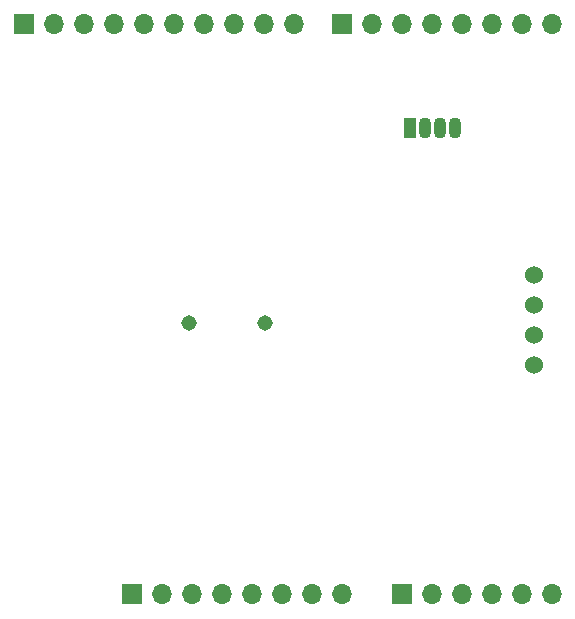
<source format=gbr>
%TF.GenerationSoftware,KiCad,Pcbnew,9.0.0*%
%TF.CreationDate,2025-02-27T00:07:18-07:00*%
%TF.ProjectId,bubble_detector_v2.1,62756262-6c65-45f6-9465-746563746f72,rev?*%
%TF.SameCoordinates,Original*%
%TF.FileFunction,Soldermask,Bot*%
%TF.FilePolarity,Negative*%
%FSLAX46Y46*%
G04 Gerber Fmt 4.6, Leading zero omitted, Abs format (unit mm)*
G04 Created by KiCad (PCBNEW 9.0.0) date 2025-02-27 00:07:18*
%MOMM*%
%LPD*%
G01*
G04 APERTURE LIST*
%ADD10O,1.070000X1.800000*%
%ADD11R,1.070000X1.800000*%
%ADD12C,1.308000*%
%ADD13R,1.700000X1.700000*%
%ADD14O,1.700000X1.700000*%
%ADD15C,1.530000*%
G04 APERTURE END LIST*
D10*
%TO.C,D1*%
X140190000Y-58310000D03*
X138920000Y-58310000D03*
X137650000Y-58310000D03*
D11*
X136380000Y-58310000D03*
%TD*%
D12*
%TO.C,LS1*%
X117670000Y-74810000D03*
X124170000Y-74810000D03*
%TD*%
D13*
%TO.C,J1*%
X112860000Y-97770000D03*
D14*
X115400000Y-97770000D03*
X117940000Y-97770000D03*
X120480000Y-97770000D03*
X123020000Y-97770000D03*
X125560000Y-97770000D03*
X128100000Y-97770000D03*
X130640000Y-97770000D03*
%TD*%
D13*
%TO.C,J3*%
X135720000Y-97770000D03*
D14*
X138260000Y-97770000D03*
X140800000Y-97770000D03*
X143340000Y-97770000D03*
X145880000Y-97770000D03*
X148420000Y-97770000D03*
%TD*%
D13*
%TO.C,J2*%
X103716000Y-49510000D03*
D14*
X106256000Y-49510000D03*
X108796000Y-49510000D03*
X111336000Y-49510000D03*
X113876000Y-49510000D03*
X116416000Y-49510000D03*
X118956000Y-49510000D03*
X121496000Y-49510000D03*
X124036000Y-49510000D03*
X126576000Y-49510000D03*
%TD*%
D13*
%TO.C,J4*%
X130640000Y-49510000D03*
D14*
X133180000Y-49510000D03*
X135720000Y-49510000D03*
X138260000Y-49510000D03*
X140800000Y-49510000D03*
X143340000Y-49510000D03*
X145880000Y-49510000D03*
X148420000Y-49510000D03*
%TD*%
D15*
%TO.C,U1*%
X146920000Y-78390000D03*
X146920000Y-75850000D03*
X146920000Y-73310000D03*
X146920000Y-70770000D03*
%TD*%
M02*

</source>
